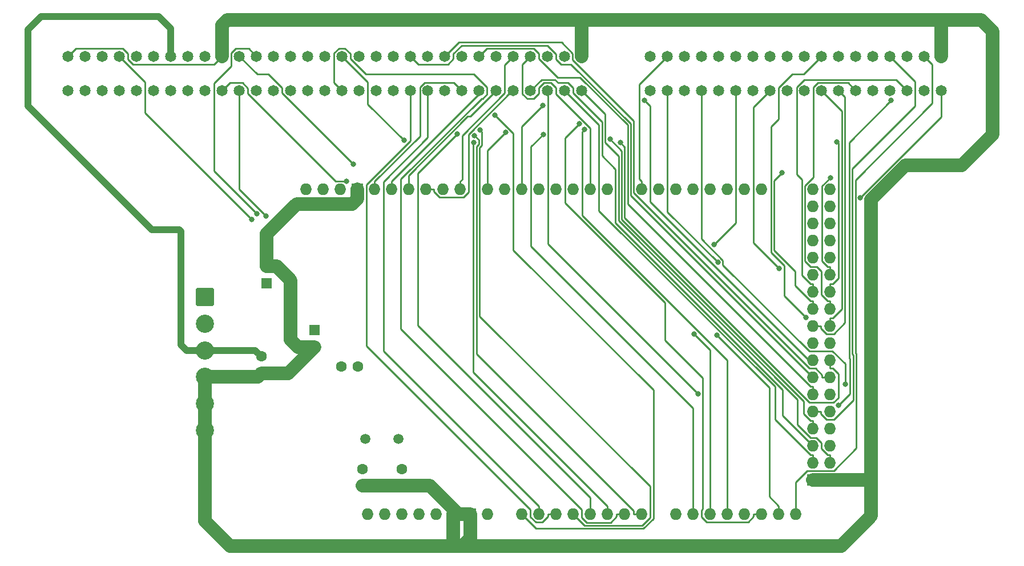
<source format=gbr>
%TF.GenerationSoftware,KiCad,Pcbnew,(6.0.11)*%
%TF.CreationDate,2023-03-11T15:53:01-07:00*%
%TF.ProjectId,arduino-mega-isa-shield,61726475-696e-46f2-9d6d-6567612d6973,rev?*%
%TF.SameCoordinates,Original*%
%TF.FileFunction,Copper,L2,Bot*%
%TF.FilePolarity,Positive*%
%FSLAX46Y46*%
G04 Gerber Fmt 4.6, Leading zero omitted, Abs format (unit mm)*
G04 Created by KiCad (PCBNEW (6.0.11)) date 2023-03-11 15:53:01*
%MOMM*%
%LPD*%
G01*
G04 APERTURE LIST*
G04 Aperture macros list*
%AMRoundRect*
0 Rectangle with rounded corners*
0 $1 Rounding radius*
0 $2 $3 $4 $5 $6 $7 $8 $9 X,Y pos of 4 corners*
0 Add a 4 corners polygon primitive as box body*
4,1,4,$2,$3,$4,$5,$6,$7,$8,$9,$2,$3,0*
0 Add four circle primitives for the rounded corners*
1,1,$1+$1,$2,$3*
1,1,$1+$1,$4,$5*
1,1,$1+$1,$6,$7*
1,1,$1+$1,$8,$9*
0 Add four rect primitives between the rounded corners*
20,1,$1+$1,$2,$3,$4,$5,0*
20,1,$1+$1,$4,$5,$6,$7,0*
20,1,$1+$1,$6,$7,$8,$9,0*
20,1,$1+$1,$8,$9,$2,$3,0*%
G04 Aperture macros list end*
%TA.AperFunction,ComponentPad*%
%ADD10C,1.600000*%
%TD*%
%TA.AperFunction,ComponentPad*%
%ADD11R,1.600000X1.600000*%
%TD*%
%TA.AperFunction,ComponentPad*%
%ADD12C,1.500000*%
%TD*%
%TA.AperFunction,ComponentPad*%
%ADD13O,1.727200X1.727200*%
%TD*%
%TA.AperFunction,ComponentPad*%
%ADD14R,1.727200X1.727200*%
%TD*%
%TA.AperFunction,ComponentPad*%
%ADD15C,1.651000*%
%TD*%
%TA.AperFunction,ComponentPad*%
%ADD16RoundRect,0.250001X-1.099999X1.099999X-1.099999X-1.099999X1.099999X-1.099999X1.099999X1.099999X0*%
%TD*%
%TA.AperFunction,ComponentPad*%
%ADD17C,2.700000*%
%TD*%
%TA.AperFunction,ViaPad*%
%ADD18C,0.800000*%
%TD*%
%TA.AperFunction,Conductor*%
%ADD19C,0.250000*%
%TD*%
%TA.AperFunction,Conductor*%
%ADD20C,1.000000*%
%TD*%
%TA.AperFunction,Conductor*%
%ADD21C,2.000000*%
%TD*%
G04 APERTURE END LIST*
D10*
%TO.P,C6,1*%
%TO.N,+5V*%
X101981000Y-92075000D03*
%TO.P,C6,2*%
%TO.N,GND*%
X104481000Y-92075000D03*
%TD*%
D11*
%TO.P,C2,1*%
%TO.N,+12V*%
X98044000Y-86701600D03*
D10*
%TO.P,C2,2*%
%TO.N,GND*%
X98044000Y-89201600D03*
%TD*%
D11*
%TO.P,C1,1*%
%TO.N,+5V*%
X90932000Y-79756000D03*
D10*
%TO.P,C1,2*%
%TO.N,GND*%
X90932000Y-77256000D03*
%TD*%
%TO.P,C4,1*%
%TO.N,Net-(C4-Pad1)*%
X110998000Y-107335000D03*
%TO.P,C4,2*%
%TO.N,GND*%
X110998000Y-109835000D03*
%TD*%
D11*
%TO.P,C3,1*%
%TO.N,GND*%
X90170000Y-93130400D03*
D10*
%TO.P,C3,2*%
%TO.N,-12V*%
X90170000Y-90630400D03*
%TD*%
D12*
%TO.P,Y1,1,1*%
%TO.N,Net-(C4-Pad1)*%
X110474000Y-102870000D03*
%TO.P,Y1,2,2*%
%TO.N,Net-(C5-Pad1)*%
X105594000Y-102870000D03*
%TD*%
D13*
%TO.P,XA1,*%
%TO.N,*%
X105918000Y-114046000D03*
%TO.P,XA1,3V3,3.3V*%
%TO.N,unconnected-(XA1-Pad3V3)*%
X113538000Y-114046000D03*
%TO.P,XA1,5V1,5V*%
%TO.N,+5V*%
X116078000Y-114046000D03*
%TO.P,XA1,5V3,5V*%
X171958000Y-65786000D03*
%TO.P,XA1,5V4,5V*%
X174498000Y-65786000D03*
%TO.P,XA1,A0,A0*%
%TO.N,/A8*%
X128778000Y-114046000D03*
%TO.P,XA1,A1,A1*%
%TO.N,/A9*%
X131318000Y-114046000D03*
%TO.P,XA1,A2,A2*%
%TO.N,/A10*%
X133858000Y-114046000D03*
%TO.P,XA1,A3,A3*%
%TO.N,/A11*%
X136398000Y-114046000D03*
%TO.P,XA1,A4,A4*%
%TO.N,/A12*%
X138938000Y-114046000D03*
%TO.P,XA1,A5,A5*%
%TO.N,/A13*%
X141478000Y-114046000D03*
%TO.P,XA1,A6,A6*%
%TO.N,/A14*%
X144018000Y-114046000D03*
%TO.P,XA1,A7,A7*%
%TO.N,/A15*%
X146558000Y-114046000D03*
%TO.P,XA1,A8,A8*%
%TO.N,/LA17*%
X151638000Y-114046000D03*
%TO.P,XA1,A9,A9*%
%TO.N,/LA18*%
X154178000Y-114046000D03*
%TO.P,XA1,A10,A10*%
%TO.N,/LA19*%
X156718000Y-114046000D03*
%TO.P,XA1,A11,A11*%
%TO.N,/LA20*%
X159258000Y-114046000D03*
%TO.P,XA1,A12,A12*%
%TO.N,/LA21*%
X161798000Y-114046000D03*
%TO.P,XA1,A13,A13*%
%TO.N,/LA22*%
X164338000Y-114046000D03*
%TO.P,XA1,A14,A14*%
%TO.N,/LA23*%
X166878000Y-114046000D03*
%TO.P,XA1,A15,A15*%
%TO.N,/PK7*%
X169418000Y-114046000D03*
%TO.P,XA1,AREF,AREF*%
%TO.N,unconnected-(XA1-PadAREF)*%
X101854000Y-65786000D03*
%TO.P,XA1,D0,D0_RX0*%
%TO.N,/PE0*%
X141478000Y-65786000D03*
%TO.P,XA1,D1,D1_TX0*%
%TO.N,/ALE*%
X138938000Y-65786000D03*
%TO.P,XA1,D2,D2_INT0*%
%TO.N,/PE4*%
X136398000Y-65786000D03*
%TO.P,XA1,D3,D3_INT1*%
%TO.N,/PE5*%
X133858000Y-65786000D03*
%TO.P,XA1,D4,D4*%
%TO.N,/PG5*%
X131318000Y-65786000D03*
%TO.P,XA1,D5,D5*%
%TO.N,/PE3*%
X128778000Y-65786000D03*
%TO.P,XA1,D6,D6*%
%TO.N,/PH3*%
X126238000Y-65786000D03*
%TO.P,XA1,D7,D7*%
%TO.N,/PH4*%
X123698000Y-65786000D03*
%TO.P,XA1,D8,D8*%
%TO.N,/PH5*%
X119634000Y-65786000D03*
%TO.P,XA1,D9,D9*%
%TO.N,/PH6*%
X117094000Y-65786000D03*
%TO.P,XA1,D10,D10*%
%TO.N,/A4*%
X114554000Y-65786000D03*
%TO.P,XA1,D11,D11*%
%TO.N,/A5*%
X112014000Y-65786000D03*
%TO.P,XA1,D12,D12*%
%TO.N,/A6*%
X109474000Y-65786000D03*
%TO.P,XA1,D13,D13*%
%TO.N,/A7*%
X106934000Y-65786000D03*
%TO.P,XA1,D14,D14_TX3*%
%TO.N,/PJ1*%
X146558000Y-65786000D03*
%TO.P,XA1,D15,D15_RX3*%
%TO.N,/PJ0*%
X149098000Y-65786000D03*
%TO.P,XA1,D16,D16_TX2*%
%TO.N,/PH1*%
X151638000Y-65786000D03*
%TO.P,XA1,D17,D17_RX2*%
%TO.N,/PH0*%
X154178000Y-65786000D03*
%TO.P,XA1,D18,D18_TX1*%
%TO.N,/A19*%
X156718000Y-65786000D03*
%TO.P,XA1,D19,D19_RX1*%
%TO.N,/A18*%
X159258000Y-65786000D03*
%TO.P,XA1,D20,D20_SDA*%
%TO.N,/A17*%
X161798000Y-65786000D03*
%TO.P,XA1,D21,D21_SCL*%
%TO.N,/A16*%
X164338000Y-65786000D03*
%TO.P,XA1,D22,D22*%
%TO.N,/D0*%
X171958000Y-68326000D03*
%TO.P,XA1,D23,D23*%
%TO.N,/D1*%
X174498000Y-68326000D03*
%TO.P,XA1,D24,D24*%
%TO.N,/D2*%
X171958000Y-70866000D03*
%TO.P,XA1,D25,D25*%
%TO.N,/D3*%
X174498000Y-70866000D03*
%TO.P,XA1,D26,D26*%
%TO.N,/D4*%
X171958000Y-73406000D03*
%TO.P,XA1,D27,D27*%
%TO.N,/D5*%
X174498000Y-73406000D03*
%TO.P,XA1,D28,D28*%
%TO.N,/D6*%
X171958000Y-75946000D03*
%TO.P,XA1,D29,D29*%
%TO.N,/D7*%
X174498000Y-75946000D03*
%TO.P,XA1,D30,D30*%
%TO.N,/PC7*%
X171958000Y-78486000D03*
%TO.P,XA1,D31,D31*%
%TO.N,/PC6*%
X174498000Y-78486000D03*
%TO.P,XA1,D32,D32*%
%TO.N,/PC5*%
X171958000Y-81026000D03*
%TO.P,XA1,D33,D33*%
%TO.N,/PC4*%
X174498000Y-81026000D03*
%TO.P,XA1,D34,D34*%
%TO.N,/PC3*%
X171958000Y-83566000D03*
%TO.P,XA1,D35,D35*%
%TO.N,/PC2*%
X174498000Y-83566000D03*
%TO.P,XA1,D36,D36*%
%TO.N,/PC1*%
X171958000Y-86106000D03*
%TO.P,XA1,D37,D37*%
%TO.N,/PC0*%
X174498000Y-86106000D03*
%TO.P,XA1,D38,D38*%
%TO.N,/AEN*%
X171958000Y-88646000D03*
%TO.P,XA1,D39,D39*%
%TO.N,/PG2*%
X174498000Y-88646000D03*
%TO.P,XA1,D40,D40*%
%TO.N,/PG1*%
X171958000Y-91186000D03*
%TO.P,XA1,D41,D41*%
%TO.N,/PG0*%
X174498000Y-91186000D03*
%TO.P,XA1,D42,D42*%
%TO.N,/IRQ7*%
X171958000Y-93726000D03*
%TO.P,XA1,D43,D43*%
%TO.N,/IRQ5*%
X174498000Y-93726000D03*
%TO.P,XA1,D44,D44*%
%TO.N,/IRQ3*%
X171958000Y-96266000D03*
%TO.P,XA1,D45,D45*%
%TO.N,/IRQ2*%
X174498000Y-96266000D03*
%TO.P,XA1,D46,D46*%
%TO.N,/DRQ7*%
X171958000Y-98806000D03*
%TO.P,XA1,D47,D47*%
%TO.N,/DRQ5*%
X174498000Y-98806000D03*
%TO.P,XA1,D48,D48*%
%TO.N,/DRQ3*%
X171958000Y-101346000D03*
%TO.P,XA1,D49,D49*%
%TO.N,/DRQ1*%
X174498000Y-101346000D03*
%TO.P,XA1,D50,D50_MISO*%
%TO.N,/A3*%
X171958000Y-103886000D03*
%TO.P,XA1,D51,D51_MOSI*%
%TO.N,/A2*%
X174498000Y-103886000D03*
%TO.P,XA1,D52,D52_SCK*%
%TO.N,/A1*%
X171958000Y-106426000D03*
%TO.P,XA1,D53,D53_CS*%
%TO.N,/A0*%
X174498000Y-106426000D03*
D14*
%TO.P,XA1,GND1,GND*%
%TO.N,GND*%
X104394000Y-65786000D03*
%TO.P,XA1,GND2,GND*%
X118618000Y-114046000D03*
%TO.P,XA1,GND3,GND*%
X121158000Y-114046000D03*
%TO.P,XA1,GND5,GND*%
X171958000Y-108966000D03*
%TO.P,XA1,GND6,GND*%
X174498000Y-108966000D03*
D13*
%TO.P,XA1,IORF,IOREF*%
%TO.N,unconnected-(XA1-PadIORF)*%
X108458000Y-114046000D03*
%TO.P,XA1,RST1,RESET*%
%TO.N,unconnected-(XA1-PadRST1)*%
X110998000Y-114046000D03*
%TO.P,XA1,SCL,SCL*%
%TO.N,unconnected-(XA1-PadSCL)*%
X96774000Y-65786000D03*
%TO.P,XA1,SDA,SDA*%
%TO.N,unconnected-(XA1-PadSDA)*%
X99314000Y-65786000D03*
%TO.P,XA1,VIN,VIN*%
%TO.N,+5V*%
X123698000Y-114046000D03*
%TD*%
D15*
%TO.P,J1,1,D18*%
%TO.N,GND*%
X191008000Y-46050000D03*
%TO.P,J1,2,D17*%
%TO.N,/PK7*%
X188468000Y-46050000D03*
%TO.P,J1,3,D16*%
%TO.N,+5V*%
X185928000Y-46050000D03*
%TO.P,J1,4,D15*%
%TO.N,/DRQ7*%
X183388000Y-46050000D03*
%TO.P,J1,5,D14*%
%TO.N,/PH4*%
X180848000Y-46050000D03*
%TO.P,J1,6,D13*%
%TO.N,/DRQ6*%
X178308000Y-46050000D03*
%TO.P,J1,7,D12*%
%TO.N,/~{DACK6}*%
X175768000Y-46050000D03*
%TO.P,J1,8,D11*%
%TO.N,/DRQ5*%
X173228000Y-46050000D03*
%TO.P,J1,9,D10*%
%TO.N,/PH3*%
X170688000Y-46050000D03*
%TO.P,J1,10,D9*%
%TO.N,/DRQ0*%
X168148000Y-46050000D03*
%TO.P,J1,11,D8*%
%TO.N,/~{DACK0}*%
X165608000Y-46050000D03*
%TO.P,J1,12,D7*%
%TO.N,/IRQ14*%
X163068000Y-46050000D03*
%TO.P,J1,13,D6*%
%TO.N,/IRQ13*%
X160528000Y-46050000D03*
%TO.P,J1,14,D5*%
%TO.N,/IRQ12*%
X157988000Y-46050000D03*
%TO.P,J1,15,D4*%
%TO.N,/IRQ11*%
X155448000Y-46050000D03*
%TO.P,J1,16,D3*%
%TO.N,/IRQ10*%
X152908000Y-46050000D03*
%TO.P,J1,17,D2*%
%TO.N,/PJ1*%
X150368000Y-46050000D03*
%TO.P,J1,18,D1*%
%TO.N,/~{MEMCS16}*%
X147828000Y-46050000D03*
%TO.P,J1,19,B31*%
%TO.N,GND*%
X137668000Y-46050000D03*
%TO.P,J1,20,B30*%
%TO.N,/OSC_14M318*%
X135128000Y-46050000D03*
%TO.P,J1,21,B29*%
%TO.N,+5V*%
X132588000Y-46050000D03*
%TO.P,J1,22,B28*%
%TO.N,/ALE*%
X130048000Y-46050000D03*
%TO.P,J1,23,B27*%
%TO.N,/PH5*%
X127508000Y-46050000D03*
%TO.P,J1,24,B26*%
%TO.N,/~{DACK2}*%
X124968000Y-46050000D03*
%TO.P,J1,25,B25*%
%TO.N,/IRQ3*%
X122428000Y-46050000D03*
%TO.P,J1,26,B24*%
%TO.N,/IRQ4*%
X119888000Y-46050000D03*
%TO.P,J1,27,B23*%
%TO.N,/IRQ5*%
X117348000Y-46050000D03*
%TO.P,J1,28,B22*%
%TO.N,/IRQ6*%
X114808000Y-46050000D03*
%TO.P,J1,29,B21*%
%TO.N,/IRQ7*%
X112268000Y-46050000D03*
%TO.P,J1,30,B20*%
%TO.N,/OSC_8M*%
X109728000Y-46050000D03*
%TO.P,J1,31,B19*%
%TO.N,/~{REFRESH}*%
X107188000Y-46050000D03*
%TO.P,J1,32,B18*%
%TO.N,/DRQ1*%
X104648000Y-46050000D03*
%TO.P,J1,33,B17*%
%TO.N,/PH0*%
X102108000Y-46050000D03*
%TO.P,J1,34,B16*%
%TO.N,/DRQ3*%
X99568000Y-46050000D03*
%TO.P,J1,35,B15*%
%TO.N,/PH1*%
X97028000Y-46050000D03*
%TO.P,J1,36,B14*%
%TO.N,/PG0*%
X94488000Y-46050000D03*
%TO.P,J1,37,B13*%
%TO.N,/PG1*%
X91948000Y-46050000D03*
%TO.P,J1,38,B12*%
%TO.N,/PG2*%
X89408000Y-46050000D03*
%TO.P,J1,39,B11*%
%TO.N,/PG5*%
X86868000Y-46050000D03*
%TO.P,J1,40,B10*%
%TO.N,GND*%
X84328000Y-46050000D03*
%TO.P,J1,41,B9*%
%TO.N,+12V*%
X81788000Y-46050000D03*
%TO.P,J1,42,B8*%
%TO.N,/PJ0*%
X79248000Y-46050000D03*
%TO.P,J1,43,B7*%
%TO.N,-12V*%
X76708000Y-46050000D03*
%TO.P,J1,44,B6*%
%TO.N,/DRQ2*%
X74168000Y-46050000D03*
%TO.P,J1,45,B5*%
%TO.N,/-5V*%
X71628000Y-46050000D03*
%TO.P,J1,46,B4*%
%TO.N,/IRQ2*%
X69088000Y-46050000D03*
%TO.P,J1,47,B3*%
%TO.N,+5V*%
X66548000Y-46050000D03*
%TO.P,J1,48,B2*%
%TO.N,/PE0*%
X64008000Y-46050000D03*
%TO.P,J1,49,B1*%
%TO.N,GND*%
X61468000Y-46050000D03*
%TO.P,J1,50,C18*%
%TO.N,/PC7*%
X191008000Y-51130000D03*
%TO.P,J1,51,C17*%
%TO.N,/PC6*%
X188468000Y-51130000D03*
%TO.P,J1,52,C16*%
%TO.N,/PC5*%
X185928000Y-51130000D03*
%TO.P,J1,53,C15*%
%TO.N,/PC4*%
X183388000Y-51130000D03*
%TO.P,J1,54,C14*%
%TO.N,/PC3*%
X180848000Y-51130000D03*
%TO.P,J1,55,C13*%
%TO.N,/PC2*%
X178308000Y-51130000D03*
%TO.P,J1,56,C12*%
%TO.N,/PC1*%
X175768000Y-51130000D03*
%TO.P,J1,57,C11*%
%TO.N,/PC0*%
X173228000Y-51130000D03*
%TO.P,J1,58,C10*%
%TO.N,/PE5*%
X170688000Y-51130000D03*
%TO.P,J1,59,C9*%
%TO.N,/PE4*%
X168148000Y-51130000D03*
%TO.P,J1,60,C8*%
%TO.N,/LA17*%
X165608000Y-51130000D03*
%TO.P,J1,61,C7*%
%TO.N,/LA18*%
X163068000Y-51130000D03*
%TO.P,J1,62,C6*%
%TO.N,/LA19*%
X160528000Y-51130000D03*
%TO.P,J1,63,C5*%
%TO.N,/LA20*%
X157988000Y-51130000D03*
%TO.P,J1,64,C4*%
%TO.N,/LA21*%
X155448000Y-51130000D03*
%TO.P,J1,65,C3*%
%TO.N,/LA22*%
X152908000Y-51130000D03*
%TO.P,J1,66,C2*%
%TO.N,/LA23*%
X150368000Y-51130000D03*
%TO.P,J1,67,C1*%
%TO.N,/PE3*%
X147828000Y-51130000D03*
%TO.P,J1,68,A31*%
%TO.N,/A0*%
X137668000Y-51130000D03*
%TO.P,J1,69,A30*%
%TO.N,/A1*%
X135128000Y-51130000D03*
%TO.P,J1,70,A29*%
%TO.N,/A2*%
X132588000Y-51130000D03*
%TO.P,J1,71,A28*%
%TO.N,/A3*%
X130048000Y-51130000D03*
%TO.P,J1,72,A27*%
%TO.N,/A4*%
X127508000Y-51130000D03*
%TO.P,J1,73,A26*%
%TO.N,/A5*%
X124968000Y-51130000D03*
%TO.P,J1,74,A25*%
%TO.N,/A6*%
X122428000Y-51130000D03*
%TO.P,J1,75,A24*%
%TO.N,/A7*%
X119888000Y-51130000D03*
%TO.P,J1,76,A23*%
%TO.N,/A8*%
X117348000Y-51130000D03*
%TO.P,J1,77,A22*%
%TO.N,/A9*%
X114808000Y-51130000D03*
%TO.P,J1,78,A21*%
%TO.N,/A10*%
X112268000Y-51130000D03*
%TO.P,J1,79,A20*%
%TO.N,/A11*%
X109728000Y-51130000D03*
%TO.P,J1,80,A19*%
%TO.N,/A12*%
X107188000Y-51130000D03*
%TO.P,J1,81,A18*%
%TO.N,/A13*%
X104648000Y-51130000D03*
%TO.P,J1,82,A17*%
%TO.N,/A14*%
X102108000Y-51130000D03*
%TO.P,J1,83,A16*%
%TO.N,/A15*%
X99568000Y-51130000D03*
%TO.P,J1,84,A15*%
%TO.N,/A16*%
X97028000Y-51130000D03*
%TO.P,J1,85,A14*%
%TO.N,/A17*%
X94488000Y-51130000D03*
%TO.P,J1,86,A13*%
%TO.N,/A18*%
X91948000Y-51130000D03*
%TO.P,J1,87,A12*%
%TO.N,/A19*%
X89408000Y-51130000D03*
%TO.P,J1,88,A11*%
%TO.N,/AEN*%
X86868000Y-51130000D03*
%TO.P,J1,89,A10*%
%TO.N,/PH6*%
X84328000Y-51130000D03*
%TO.P,J1,90,A9*%
%TO.N,/D0*%
X81788000Y-51130000D03*
%TO.P,J1,91,A8*%
%TO.N,/D1*%
X79248000Y-51130000D03*
%TO.P,J1,92,A7*%
%TO.N,/D2*%
X76708000Y-51130000D03*
%TO.P,J1,93,A6*%
%TO.N,/D3*%
X74168000Y-51130000D03*
%TO.P,J1,94,A5*%
%TO.N,/D4*%
X71628000Y-51130000D03*
%TO.P,J1,95,A4*%
%TO.N,/D5*%
X69088000Y-51130000D03*
%TO.P,J1,96,A3*%
%TO.N,/D6*%
X66548000Y-51130000D03*
%TO.P,J1,97,A2*%
%TO.N,/D7*%
X64008000Y-51130000D03*
%TO.P,J1,98,A1*%
%TO.N,/~{IO_CH_CHK}*%
X61468000Y-51130000D03*
%TD*%
D16*
%TO.P,J2,1,Pin_1*%
%TO.N,+5V*%
X81788000Y-81788000D03*
D17*
%TO.P,J2,2,Pin_2*%
%TO.N,+12V*%
X81788000Y-85748000D03*
%TO.P,J2,3,Pin_3*%
%TO.N,-12V*%
X81788000Y-89708000D03*
%TO.P,J2,4,Pin_4*%
%TO.N,GND*%
X81788000Y-93668000D03*
%TO.P,J2,5,Pin_5*%
X81788000Y-97628000D03*
%TO.P,J2,6,Pin_6*%
X81788000Y-101588000D03*
%TD*%
D10*
%TO.P,C5,1*%
%TO.N,Net-(C5-Pad1)*%
X105156000Y-107335000D03*
%TO.P,C5,2*%
%TO.N,GND*%
X105156000Y-109835000D03*
%TD*%
D18*
%TO.N,/PC3*%
X167386900Y-63349200D03*
%TO.N,/PC4*%
X175529200Y-58755800D03*
%TO.N,/PC6*%
X174531300Y-64071700D03*
%TO.N,/PC7*%
X178985400Y-67025600D03*
%TO.N,/PH6*%
X102748400Y-64572200D03*
%TO.N,/AEN*%
X90849800Y-69734200D03*
%TO.N,/A15*%
X121743600Y-57824900D03*
%TO.N,/A13*%
X121632300Y-58843700D03*
%TO.N,/A12*%
X119201900Y-57565200D03*
%TO.N,/A11*%
X122567000Y-56949300D03*
%TO.N,/A8*%
X124787600Y-54739000D03*
%TO.N,/A2*%
X154892300Y-96175300D03*
%TO.N,/PE3*%
X131864600Y-53347400D03*
%TO.N,/LA23*%
X157875400Y-76644900D03*
X157701600Y-87500400D03*
%TO.N,/LA22*%
X137283600Y-56083700D03*
%TO.N,/LA21*%
X176743900Y-94708900D03*
%TO.N,/LA20*%
X138082300Y-56903700D03*
%TO.N,/LA19*%
X157299400Y-73976700D03*
X154352800Y-87312500D03*
%TO.N,/LA18*%
X131935000Y-57640800D03*
%TO.N,/LA17*%
X166946100Y-77524500D03*
%TO.N,/IRQ2*%
X88687900Y-70229800D03*
%TO.N,/PG5*%
X103772300Y-62068400D03*
%TO.N,/PG2*%
X89454700Y-69403200D03*
%TO.N,/PG1*%
X146942200Y-52559800D03*
%TO.N,/PG0*%
X143384000Y-58864200D03*
%TO.N,/DRQ3*%
X141841800Y-58375100D03*
%TO.N,/PH0*%
X111291800Y-58513300D03*
%TO.N,/DRQ1*%
X183573200Y-52575600D03*
X175783500Y-97876800D03*
%TO.N,/DRQ5*%
X170912100Y-84836000D03*
%TO.N,/PH4*%
X126355200Y-57342500D03*
%TD*%
D19*
%TO.N,/PC0*%
X174498000Y-86106000D02*
X174498000Y-84917300D01*
X174867400Y-84917300D02*
X174498000Y-84917300D01*
X176254500Y-83530200D02*
X174867400Y-84917300D01*
X176254500Y-54156500D02*
X176254500Y-83530200D01*
X173228000Y-51130000D02*
X176254500Y-54156500D01*
%TO.N,/PC1*%
X173146700Y-86475500D02*
X173146700Y-86106000D01*
X173967800Y-87296600D02*
X173146700Y-86475500D01*
X175042000Y-87296600D02*
X173967800Y-87296600D01*
X176712400Y-85626200D02*
X175042000Y-87296600D01*
X176712400Y-52074400D02*
X176712400Y-85626200D01*
X175768000Y-51130000D02*
X176712400Y-52074400D01*
X171958000Y-86106000D02*
X173146700Y-86106000D01*
%TO.N,/PC2*%
X174498000Y-83566000D02*
X174498000Y-82377300D01*
X174128500Y-82377300D02*
X174498000Y-82377300D01*
X173227900Y-81476700D02*
X174128500Y-82377300D01*
X173227900Y-77984900D02*
X173227900Y-81476700D01*
X172518600Y-77275600D02*
X173227900Y-77984900D01*
X171606600Y-77275600D02*
X172518600Y-77275600D01*
X170769300Y-76438300D02*
X171606600Y-77275600D01*
X170769300Y-65293700D02*
X170769300Y-76438300D01*
X172052600Y-64010400D02*
X170769300Y-65293700D01*
X172052700Y-64010400D02*
X172052600Y-64010400D01*
X172052700Y-50635400D02*
X172052700Y-64010400D01*
X172714900Y-49973200D02*
X172052700Y-50635400D01*
X177151200Y-49973200D02*
X172714900Y-49973200D01*
X178308000Y-51130000D02*
X177151200Y-49973200D01*
%TO.N,/PC3*%
X171588500Y-82377300D02*
X171958000Y-82377300D01*
X169316500Y-80105300D02*
X171588500Y-82377300D01*
X169316500Y-77988100D02*
X169316500Y-80105300D01*
X166206200Y-74877800D02*
X169316500Y-77988100D01*
X166206200Y-64529900D02*
X166206200Y-74877800D01*
X167386900Y-63349200D02*
X166206200Y-64529900D01*
X171958000Y-83566000D02*
X171958000Y-82377300D01*
%TO.N,/PC4*%
X174498000Y-81026000D02*
X174498000Y-79837300D01*
X174861200Y-79837300D02*
X174498000Y-79837300D01*
X175735500Y-78963000D02*
X174861200Y-79837300D01*
X175735500Y-58962100D02*
X175735500Y-78963000D01*
X175529200Y-58755800D02*
X175735500Y-58962100D01*
%TO.N,/PC5*%
X171958000Y-81026000D02*
X171958000Y-79837300D01*
X171628100Y-79837300D02*
X171958000Y-79837300D01*
X170319200Y-78528400D02*
X171628100Y-79837300D01*
X170319200Y-64375800D02*
X170319200Y-78528400D01*
X169531000Y-63587600D02*
X170319200Y-64375800D01*
X169531000Y-50659700D02*
X169531000Y-63587600D01*
X170687000Y-49503700D02*
X169531000Y-50659700D01*
X184301700Y-49503700D02*
X170687000Y-49503700D01*
X185928000Y-51130000D02*
X184301700Y-49503700D01*
%TO.N,/PC6*%
X174498000Y-78486000D02*
X174498000Y-77297300D01*
X174168300Y-77297300D02*
X174498000Y-77297300D01*
X173309300Y-76438300D02*
X174168300Y-77297300D01*
X173309300Y-65293700D02*
X173309300Y-76438300D01*
X174531300Y-64071700D02*
X173309300Y-65293700D01*
%TO.N,/PC7*%
X191008000Y-55003000D02*
X178985400Y-67025600D01*
X191008000Y-51130000D02*
X191008000Y-55003000D01*
%TO.N,/PH6*%
X101188500Y-64572200D02*
X102748400Y-64572200D01*
X88138000Y-51521700D02*
X101188500Y-64572200D01*
X88138000Y-50762800D02*
X88138000Y-51521700D01*
X87352400Y-49977200D02*
X88138000Y-50762800D01*
X85480800Y-49977200D02*
X87352400Y-49977200D01*
X84328000Y-51130000D02*
X85480800Y-49977200D01*
%TO.N,/AEN*%
X86868000Y-65752400D02*
X86868000Y-51130000D01*
X90849800Y-69734200D02*
X86868000Y-65752400D01*
%TO.N,/A15*%
X146558000Y-114046000D02*
X145369300Y-114046000D01*
X122374600Y-58455900D02*
X121743600Y-57824900D01*
X122374600Y-59126900D02*
X122374600Y-58455900D01*
X122059200Y-59442300D02*
X122374600Y-59126900D01*
X122059200Y-90243300D02*
X122059200Y-59442300D01*
X145369300Y-113553400D02*
X122059200Y-90243300D01*
X145369300Y-114046000D02*
X145369300Y-113553400D01*
%TO.N,/A14*%
X142829300Y-114415400D02*
X142829300Y-114046000D01*
X141968400Y-115276300D02*
X142829300Y-114415400D01*
X138426300Y-115276300D02*
X141968400Y-115276300D01*
X137668000Y-114518000D02*
X138426300Y-115276300D01*
X137668000Y-113388800D02*
X137668000Y-114518000D01*
X110818000Y-86538800D02*
X137668000Y-113388800D01*
X110818000Y-64254000D02*
X110818000Y-86538800D01*
X122791300Y-52280700D02*
X110818000Y-64254000D01*
X122962500Y-52280700D02*
X122791300Y-52280700D01*
X123590500Y-51652700D02*
X122962500Y-52280700D01*
X123590500Y-50640100D02*
X123590500Y-51652700D01*
X121659700Y-48709300D02*
X123590500Y-50640100D01*
X105658400Y-48709300D02*
X121659700Y-48709300D01*
X103378000Y-46428900D02*
X105658400Y-48709300D01*
X103378000Y-45665600D02*
X103378000Y-46428900D01*
X102551900Y-44839500D02*
X103378000Y-45665600D01*
X101639200Y-44839500D02*
X102551900Y-44839500D01*
X100927300Y-45551400D02*
X101639200Y-44839500D01*
X100927300Y-49949300D02*
X100927300Y-45551400D01*
X102108000Y-51130000D02*
X100927300Y-49949300D01*
X144018000Y-114046000D02*
X142829300Y-114046000D01*
%TO.N,/A13*%
X141478000Y-114046000D02*
X141478000Y-112857300D01*
X121557100Y-58918900D02*
X121632300Y-58843700D01*
X121557100Y-92936400D02*
X121557100Y-58918900D01*
X141478000Y-112857300D02*
X121557100Y-92936400D01*
%TO.N,/A12*%
X113338500Y-63428600D02*
X119201900Y-57565200D01*
X113338500Y-85987300D02*
X113338500Y-63428600D01*
X138938000Y-111586800D02*
X113338500Y-85987300D01*
X138938000Y-114046000D02*
X138938000Y-111586800D01*
%TO.N,/A11*%
X138078500Y-115726500D02*
X136398000Y-114046000D01*
X146615800Y-115726500D02*
X138078500Y-115726500D01*
X147792700Y-114549600D02*
X146615800Y-115726500D01*
X147792700Y-109929400D02*
X147792700Y-114549600D01*
X122509300Y-84646000D02*
X147792700Y-109929400D01*
X122509300Y-59628800D02*
X122509300Y-84646000D01*
X122865600Y-59272500D02*
X122509300Y-59628800D01*
X122865600Y-57247900D02*
X122865600Y-59272500D01*
X122567000Y-56949300D02*
X122865600Y-57247900D01*
%TO.N,/A10*%
X133858000Y-114046000D02*
X132669300Y-114046000D01*
X112268000Y-58590000D02*
X112268000Y-51130000D01*
X105719200Y-65138800D02*
X112268000Y-58590000D01*
X105719200Y-89060000D02*
X105719200Y-65138800D01*
X130048000Y-113388800D02*
X105719200Y-89060000D01*
X130048000Y-114460600D02*
X130048000Y-113388800D01*
X130840700Y-115253300D02*
X130048000Y-114460600D01*
X131831400Y-115253300D02*
X130840700Y-115253300D01*
X132669300Y-114415400D02*
X131831400Y-115253300D01*
X132669300Y-114046000D02*
X132669300Y-114415400D01*
%TO.N,/A9*%
X108278800Y-89818100D02*
X131318000Y-112857300D01*
X108278800Y-64644100D02*
X108278800Y-89818100D01*
X114808000Y-58114900D02*
X108278800Y-64644100D01*
X114808000Y-51130000D02*
X114808000Y-58114900D01*
X131318000Y-114046000D02*
X131318000Y-112857300D01*
%TO.N,/A8*%
X130909100Y-116177100D02*
X128778000Y-114046000D01*
X146801900Y-116177100D02*
X130909100Y-116177100D01*
X148299300Y-114679700D02*
X146801900Y-116177100D01*
X148299300Y-95625200D02*
X148299300Y-114679700D01*
X127508000Y-74833900D02*
X148299300Y-95625200D01*
X127508000Y-57459400D02*
X127508000Y-74833900D01*
X124787600Y-54739000D02*
X127508000Y-57459400D01*
%TO.N,/A7*%
X106934000Y-65786000D02*
X106934000Y-64597300D01*
X118724400Y-49966400D02*
X119888000Y-51130000D01*
X114330500Y-49966400D02*
X118724400Y-49966400D01*
X113657300Y-50639600D02*
X114330500Y-49966400D01*
X113657300Y-57874000D02*
X113657300Y-50639600D01*
X106934000Y-64597300D02*
X113657300Y-57874000D01*
%TO.N,/A6*%
X109474000Y-65786000D02*
X109474000Y-64597300D01*
X122428000Y-51643300D02*
X109474000Y-64597300D01*
X122428000Y-51130000D02*
X122428000Y-51643300D01*
%TO.N,/A5*%
X121109500Y-54988500D02*
X124968000Y-51130000D01*
X120752800Y-54988500D02*
X121109500Y-54988500D01*
X112014000Y-63727300D02*
X120752800Y-54988500D01*
X112014000Y-65786000D02*
X112014000Y-63727300D01*
%TO.N,/A4*%
X114554000Y-65786000D02*
X115742700Y-65786000D01*
X127357000Y-51130000D02*
X127508000Y-51130000D01*
X120868100Y-57618900D02*
X127357000Y-51130000D01*
X120868100Y-66234600D02*
X120868100Y-57618900D01*
X120116900Y-66985800D02*
X120868100Y-66234600D01*
X116573000Y-66985800D02*
X120116900Y-66985800D01*
X115742700Y-66155500D02*
X116573000Y-66985800D01*
X115742700Y-65786000D02*
X115742700Y-66155500D01*
%TO.N,/A3*%
X131681100Y-49496900D02*
X130048000Y-51130000D01*
X133700200Y-49496900D02*
X131681100Y-49496900D01*
X134150300Y-49947000D02*
X133700200Y-49496900D01*
X135641800Y-49947000D02*
X134150300Y-49947000D01*
X136398000Y-50703200D02*
X135641800Y-49947000D01*
X136398000Y-51487300D02*
X136398000Y-50703200D01*
X140666600Y-55755900D02*
X136398000Y-51487300D01*
X140666600Y-60789900D02*
X140666600Y-55755900D01*
X142666800Y-62790100D02*
X140666600Y-60789900D01*
X142666800Y-70803600D02*
X142666800Y-62790100D01*
X167480700Y-95617500D02*
X142666800Y-70803600D01*
X167480700Y-99408800D02*
X167480700Y-95617500D01*
X167480800Y-99408800D02*
X167480700Y-99408800D01*
X171958000Y-103886000D02*
X167480800Y-99408800D01*
%TO.N,/A2*%
X132669100Y-73952100D02*
X154892300Y-96175300D01*
X132669100Y-51211100D02*
X132669100Y-73952100D01*
X132588000Y-51130000D02*
X132669100Y-51211100D01*
%TO.N,/A1*%
X171588500Y-105237300D02*
X171958000Y-105237300D01*
X166344500Y-99993300D02*
X171588500Y-105237300D01*
X166344500Y-95117800D02*
X166344500Y-99993300D01*
X140208000Y-68981300D02*
X166344500Y-95117800D01*
X140208000Y-56210000D02*
X140208000Y-68981300D01*
X135128000Y-51130000D02*
X140208000Y-56210000D01*
X171958000Y-106426000D02*
X171958000Y-105237300D01*
%TO.N,/A0*%
X174498000Y-106426000D02*
X174498000Y-105237300D01*
X174128500Y-105237300D02*
X174498000Y-105237300D01*
X173228000Y-104336800D02*
X174128500Y-105237300D01*
X173228000Y-103452800D02*
X173228000Y-104336800D01*
X172472400Y-102697200D02*
X173228000Y-103452800D01*
X171617700Y-102697200D02*
X172472400Y-102697200D01*
X169685900Y-100765400D02*
X171617700Y-102697200D01*
X169685900Y-96985200D02*
X169685900Y-100765400D01*
X143117000Y-70416300D02*
X169685900Y-96985200D01*
X143117000Y-60833200D02*
X143117000Y-70416300D01*
X141116700Y-58832900D02*
X143117000Y-60833200D01*
X141116700Y-54578700D02*
X141116700Y-58832900D01*
X137668000Y-51130000D02*
X141116700Y-54578700D01*
%TO.N,/PE3*%
X128778000Y-65786000D02*
X128778000Y-64597300D01*
X128778000Y-56434000D02*
X131864600Y-53347400D01*
X128778000Y-64597300D02*
X128778000Y-56434000D01*
%TO.N,/LA23*%
X150368000Y-69137500D02*
X157875400Y-76644900D01*
X150368000Y-51130000D02*
X150368000Y-69137500D01*
X166878000Y-114046000D02*
X166878000Y-112857300D01*
X165472400Y-111451700D02*
X166878000Y-112857300D01*
X165472300Y-111451700D02*
X165472400Y-111451700D01*
X165472300Y-95271100D02*
X165472300Y-111451700D01*
X157701600Y-87500400D02*
X165472300Y-95271100D01*
%TO.N,/LA22*%
X164338000Y-114046000D02*
X163149300Y-114046000D01*
X135200100Y-58167200D02*
X137283600Y-56083700D01*
X135200100Y-67793800D02*
X135200100Y-58167200D01*
X150036500Y-82630200D02*
X135200100Y-67793800D01*
X150036500Y-88185700D02*
X150036500Y-82630200D01*
X155617500Y-93766700D02*
X150036500Y-88185700D01*
X155617500Y-113245000D02*
X155617500Y-93766700D01*
X155448000Y-113414500D02*
X155617500Y-113245000D01*
X155448000Y-114481100D02*
X155448000Y-113414500D01*
X156201600Y-115234700D02*
X155448000Y-114481100D01*
X162330000Y-115234700D02*
X156201600Y-115234700D01*
X163149300Y-114415400D02*
X162330000Y-115234700D01*
X163149300Y-114046000D02*
X163149300Y-114415400D01*
%TO.N,/LA21*%
X155448000Y-73192100D02*
X155448000Y-51130000D01*
X158600500Y-76344600D02*
X155448000Y-73192100D01*
X158600500Y-77018700D02*
X158600500Y-76344600D01*
X171418400Y-89836600D02*
X158600500Y-77018700D01*
X174852200Y-89836600D02*
X171418400Y-89836600D01*
X176743900Y-91728300D02*
X174852200Y-89836600D01*
X176743900Y-94708900D02*
X176743900Y-91728300D01*
%TO.N,/LA20*%
X137732100Y-57253900D02*
X138082300Y-56903700D01*
X137732100Y-69654500D02*
X137732100Y-57253900D01*
X159258000Y-91180400D02*
X137732100Y-69654500D01*
X159258000Y-114046000D02*
X159258000Y-91180400D01*
%TO.N,/LA19*%
X160528000Y-70748100D02*
X157299400Y-73976700D01*
X160528000Y-51130000D02*
X160528000Y-70748100D01*
X156718000Y-89677700D02*
X156718000Y-114046000D01*
X154352800Y-87312500D02*
X156718000Y-89677700D01*
%TO.N,/LA18*%
X130127700Y-59448100D02*
X131935000Y-57640800D01*
X130127700Y-74270900D02*
X130127700Y-59448100D01*
X154178000Y-98321200D02*
X130127700Y-74270900D01*
X154178000Y-114046000D02*
X154178000Y-98321200D01*
%TO.N,/LA17*%
X163125000Y-73703400D02*
X166946100Y-77524500D01*
X163125000Y-53613000D02*
X163125000Y-73703400D01*
X165608000Y-51130000D02*
X163125000Y-53613000D01*
%TO.N,/IRQ2*%
X72898000Y-54439900D02*
X88687900Y-70229800D01*
X72898000Y-49860000D02*
X72898000Y-54439900D01*
X69088000Y-46050000D02*
X72898000Y-49860000D01*
%TO.N,/PG5*%
X93218000Y-51514100D02*
X103772300Y-62068400D01*
X93218000Y-50747600D02*
X93218000Y-51514100D01*
X91179700Y-48709300D02*
X93218000Y-50747600D01*
X89527300Y-48709300D02*
X91179700Y-48709300D01*
X86868000Y-46050000D02*
X89527300Y-48709300D01*
%TO.N,/PG2*%
X83140100Y-63088600D02*
X89454700Y-69403200D01*
X83140100Y-50014600D02*
X83140100Y-63088600D01*
X85685400Y-47469300D02*
X83140100Y-50014600D01*
X85685400Y-45588500D02*
X85685400Y-47469300D01*
X86381200Y-44892700D02*
X85685400Y-45588500D01*
X88250700Y-44892700D02*
X86381200Y-44892700D01*
X89408000Y-46050000D02*
X88250700Y-44892700D01*
%TO.N,/PG1*%
X147828000Y-53445600D02*
X146942200Y-52559800D01*
X147828000Y-67652700D02*
X147828000Y-53445600D01*
X171361300Y-91186000D02*
X147828000Y-67652700D01*
X171958000Y-91186000D02*
X171361300Y-91186000D01*
%TO.N,/PG0*%
X174498000Y-91186000D02*
X174498000Y-92374700D01*
X144017300Y-59497500D02*
X143384000Y-58864200D01*
X144017300Y-70043200D02*
X144017300Y-59497500D01*
X171459700Y-97485600D02*
X144017300Y-70043200D01*
X175026400Y-97485600D02*
X171459700Y-97485600D01*
X175730100Y-96781900D02*
X175026400Y-97485600D01*
X175730100Y-93237400D02*
X175730100Y-96781900D01*
X174867400Y-92374700D02*
X175730100Y-93237400D01*
X174498000Y-92374700D02*
X174867400Y-92374700D01*
%TO.N,/DRQ3*%
X171958000Y-101346000D02*
X171958000Y-100157300D01*
X143567200Y-60100500D02*
X141841800Y-58375100D01*
X143567200Y-70229800D02*
X143567200Y-60100500D01*
X170606800Y-97269400D02*
X143567200Y-70229800D01*
X170606800Y-99175600D02*
X170606800Y-97269400D01*
X171588500Y-100157300D02*
X170606800Y-99175600D01*
X171958000Y-100157300D02*
X171588500Y-100157300D01*
%TO.N,/PH0*%
X105918000Y-53139500D02*
X111291800Y-58513300D01*
X105918000Y-49860000D02*
X105918000Y-53139500D01*
X102108000Y-46050000D02*
X105918000Y-49860000D01*
%TO.N,/DRQ1*%
X177332200Y-58816600D02*
X183573200Y-52575600D01*
X177332200Y-90845300D02*
X177332200Y-58816600D01*
X177469000Y-90982100D02*
X177332200Y-90845300D01*
X177469000Y-96191300D02*
X177469000Y-90982100D01*
X175783500Y-97876800D02*
X177469000Y-96191300D01*
%TO.N,/IRQ7*%
X144917600Y-66685600D02*
X171958000Y-93726000D01*
X144917600Y-56056300D02*
X144917600Y-66685600D01*
X136062000Y-47200700D02*
X144917600Y-56056300D01*
X134614500Y-47200700D02*
X136062000Y-47200700D01*
X133858000Y-46444200D02*
X134614500Y-47200700D01*
X133858000Y-45687500D02*
X133858000Y-46444200D01*
X132599100Y-44428600D02*
X133858000Y-45687500D01*
X119855600Y-44428600D02*
X132599100Y-44428600D01*
X118618000Y-45666200D02*
X119855600Y-44428600D01*
X118618000Y-46414700D02*
X118618000Y-45666200D01*
X117814400Y-47218300D02*
X118618000Y-46414700D01*
X113436300Y-47218300D02*
X117814400Y-47218300D01*
X112268000Y-46050000D02*
X113436300Y-47218300D01*
%TO.N,/IRQ5*%
X173309300Y-93356600D02*
X173309300Y-93726000D01*
X172327500Y-92374800D02*
X173309300Y-93356600D01*
X171460500Y-92374800D02*
X172327500Y-92374800D01*
X145367800Y-66282100D02*
X171460500Y-92374800D01*
X145367800Y-55623700D02*
X145367800Y-66282100D01*
X136310600Y-46566500D02*
X145367800Y-55623700D01*
X136310600Y-45600400D02*
X136310600Y-46566500D01*
X134688600Y-43978400D02*
X136310600Y-45600400D01*
X119419600Y-43978400D02*
X134688600Y-43978400D01*
X117348000Y-46050000D02*
X119419600Y-43978400D01*
X174498000Y-93726000D02*
X173309300Y-93726000D01*
%TO.N,/IRQ3*%
X171958000Y-96266000D02*
X171958000Y-95077300D01*
X171588500Y-95077300D02*
X171958000Y-95077300D01*
X144467400Y-67956200D02*
X171588500Y-95077300D01*
X144467400Y-56243600D02*
X144467400Y-67956200D01*
X137398600Y-49174800D02*
X144467400Y-56243600D01*
X134085500Y-49174800D02*
X137398600Y-49174800D01*
X131318000Y-46407300D02*
X134085500Y-49174800D01*
X131318000Y-45672700D02*
X131318000Y-46407300D01*
X130524100Y-44878800D02*
X131318000Y-45672700D01*
X123599200Y-44878800D02*
X130524100Y-44878800D01*
X122428000Y-46050000D02*
X123599200Y-44878800D01*
%TO.N,/PH5*%
X126244200Y-47313800D02*
X127508000Y-46050000D01*
X126244200Y-51493500D02*
X126244200Y-47313800D01*
X119927000Y-57810700D02*
X126244200Y-51493500D01*
X119927000Y-64304300D02*
X119927000Y-57810700D01*
X119634000Y-64597300D02*
X119927000Y-64304300D01*
X119634000Y-65786000D02*
X119634000Y-64597300D01*
%TO.N,/ALE*%
X138938000Y-65786000D02*
X138938000Y-64597300D01*
X138938000Y-56712400D02*
X138938000Y-64597300D01*
X133858000Y-51632400D02*
X138938000Y-56712400D01*
X133858000Y-50744200D02*
X133858000Y-51632400D01*
X133060900Y-49947100D02*
X133858000Y-50744200D01*
X132087300Y-49947100D02*
X133060900Y-49947100D01*
X131318000Y-50716400D02*
X132087300Y-49947100D01*
X131318000Y-51532100D02*
X131318000Y-50716400D01*
X130515400Y-52334700D02*
X131318000Y-51532100D01*
X129596400Y-52334700D02*
X130515400Y-52334700D01*
X128867300Y-51605600D02*
X129596400Y-52334700D01*
X128867300Y-47230700D02*
X128867300Y-51605600D01*
X130048000Y-46050000D02*
X128867300Y-47230700D01*
%TO.N,/PJ1*%
X146215600Y-64254900D02*
X146558000Y-64597300D01*
X146215600Y-50202400D02*
X146215600Y-64254900D01*
X150368000Y-46050000D02*
X146215600Y-50202400D01*
X146558000Y-65786000D02*
X146558000Y-64597300D01*
%TO.N,/DRQ5*%
X170568700Y-48709300D02*
X173228000Y-46050000D01*
X168916300Y-48709300D02*
X170568700Y-48709300D01*
X166878000Y-50747600D02*
X168916300Y-48709300D01*
X166878000Y-55346800D02*
X166878000Y-50747600D01*
X165756000Y-56468800D02*
X166878000Y-55346800D01*
X165756000Y-75178500D02*
X165756000Y-56468800D01*
X167671200Y-77093700D02*
X165756000Y-75178500D01*
X167671200Y-81595100D02*
X167671200Y-77093700D01*
X170912100Y-84836000D02*
X167671200Y-81595100D01*
%TO.N,/PH4*%
X123698000Y-59999700D02*
X126355200Y-57342500D01*
X123698000Y-65786000D02*
X123698000Y-59999700D01*
%TO.N,/DRQ7*%
X171958000Y-98806000D02*
X173146700Y-98806000D01*
X187078900Y-49740900D02*
X183388000Y-46050000D01*
X187078900Y-53419900D02*
X187078900Y-49740900D01*
X177791800Y-62707000D02*
X187078900Y-53419900D01*
X177791800Y-90279500D02*
X177791800Y-62707000D01*
X177919100Y-90406800D02*
X177791800Y-90279500D01*
X177919100Y-97110400D02*
X177919100Y-90406800D01*
X175032900Y-99996600D02*
X177919100Y-97110400D01*
X173967800Y-99996600D02*
X175032900Y-99996600D01*
X173146700Y-99175500D02*
X173967800Y-99996600D01*
X173146700Y-98806000D02*
X173146700Y-99175500D01*
%TO.N,/PK7*%
X169418000Y-109262400D02*
X169418000Y-114046000D01*
X171052700Y-107627700D02*
X169418000Y-109262400D01*
X175034400Y-107627700D02*
X171052700Y-107627700D01*
X178405800Y-104256300D02*
X175034400Y-107627700D01*
X178405800Y-90256800D02*
X178405800Y-104256300D01*
X178251800Y-90102800D02*
X178405800Y-90256800D01*
X178251800Y-64414900D02*
X178251800Y-90102800D01*
X189651300Y-53015400D02*
X178251800Y-64414900D01*
X189651300Y-47233300D02*
X189651300Y-53015400D01*
X188468000Y-46050000D02*
X189651300Y-47233300D01*
D20*
%TO.N,-12V*%
X73867106Y-71763000D02*
X77931107Y-71763000D01*
X79040000Y-89708000D02*
X81788000Y-89708000D01*
X57484106Y-40124000D02*
X55491000Y-42117106D01*
X74922000Y-40124000D02*
X57484106Y-40124000D01*
X76708000Y-46050000D02*
X76708000Y-41910000D01*
X76708000Y-41910000D02*
X74922000Y-40124000D01*
X78224000Y-72055893D02*
X78224000Y-88892000D01*
X55491000Y-53386894D02*
X73867106Y-71763000D01*
X55491000Y-42117106D02*
X55491000Y-53386894D01*
X81788000Y-89708000D02*
X89247600Y-89708000D01*
X78224000Y-88892000D02*
X79040000Y-89708000D01*
X77931107Y-71763000D02*
X78224000Y-72055893D01*
X89247600Y-89708000D02*
X90170000Y-90630400D01*
D21*
%TO.N,GND*%
X120015000Y-118745000D02*
X176149000Y-118745000D01*
X94115200Y-93130400D02*
X98044000Y-89201600D01*
X180213000Y-108966000D02*
X174498000Y-108966000D01*
X191405000Y-40624000D02*
X196943786Y-40624000D01*
X81788000Y-93668000D02*
X81788000Y-97628000D01*
X81788000Y-115062000D02*
X85471000Y-118745000D01*
X171958000Y-108966000D02*
X174498000Y-108966000D01*
X180594000Y-114300000D02*
X180594000Y-109347000D01*
X180594000Y-67292786D02*
X180594000Y-109347000D01*
X119380000Y-114046000D02*
X118618000Y-114046000D01*
X84328000Y-41402000D02*
X85106000Y-40624000D01*
X95377000Y-67945000D02*
X103632000Y-67945000D01*
X180594000Y-109347000D02*
X180213000Y-108966000D01*
D19*
X71119400Y-47212100D02*
X70358000Y-46450700D01*
X69582300Y-44899200D02*
X62618800Y-44899200D01*
D21*
X196943786Y-40624000D02*
X198644000Y-42324214D01*
X191008000Y-41021000D02*
X191405000Y-40624000D01*
X137668000Y-46050000D02*
X137668000Y-40735000D01*
X94488000Y-88138000D02*
X95551600Y-89201600D01*
X198644000Y-57624786D02*
X194022786Y-62246000D01*
X92432000Y-77256000D02*
X94488000Y-79312000D01*
D19*
X70358000Y-46450700D02*
X70358000Y-45674900D01*
D21*
X103632000Y-67945000D02*
X104394000Y-67183000D01*
X85106000Y-40624000D02*
X137779000Y-40624000D01*
X90932000Y-77256000D02*
X92432000Y-77256000D01*
X90170000Y-93130400D02*
X94115200Y-93130400D01*
X95551600Y-89201600D02*
X98044000Y-89201600D01*
X137779000Y-40624000D02*
X191405000Y-40624000D01*
X90932000Y-72390000D02*
X95377000Y-67945000D01*
D19*
X62618800Y-44899200D02*
X61468000Y-46050000D01*
D21*
X121158000Y-114046000D02*
X119380000Y-114046000D01*
X194022786Y-62246000D02*
X185640786Y-62246000D01*
X118618000Y-114046000D02*
X118618000Y-118237000D01*
X198644000Y-42324214D02*
X198644000Y-57624786D01*
X81788000Y-93668000D02*
X89632400Y-93668000D01*
X89632400Y-93668000D02*
X90170000Y-93130400D01*
X185640786Y-62246000D02*
X180594000Y-67292786D01*
X90932000Y-77256000D02*
X90932000Y-72390000D01*
D19*
X84328000Y-46050000D02*
X83165900Y-47212100D01*
D21*
X118110000Y-118745000D02*
X120015000Y-118745000D01*
X85471000Y-118745000D02*
X118110000Y-118745000D01*
X104394000Y-67183000D02*
X104394000Y-65786000D01*
X118618000Y-118237000D02*
X118110000Y-118745000D01*
X81788000Y-101588000D02*
X81788000Y-115062000D01*
X84328000Y-46050000D02*
X84328000Y-41402000D01*
X120015000Y-118745000D02*
X121158000Y-117602000D01*
X121158000Y-117602000D02*
X121158000Y-114046000D01*
D19*
X83165900Y-47212100D02*
X71119400Y-47212100D01*
D21*
X176149000Y-118745000D02*
X180594000Y-114300000D01*
D19*
X70358000Y-45674900D02*
X69582300Y-44899200D01*
D21*
X110998000Y-109835000D02*
X115169000Y-109835000D01*
X105156000Y-109835000D02*
X110998000Y-109835000D01*
X94488000Y-79312000D02*
X94488000Y-88138000D01*
X115169000Y-109835000D02*
X119380000Y-114046000D01*
X81788000Y-97628000D02*
X81788000Y-101588000D01*
X137668000Y-40735000D02*
X137779000Y-40624000D01*
X191008000Y-46050000D02*
X191008000Y-41021000D01*
%TD*%
M02*

</source>
